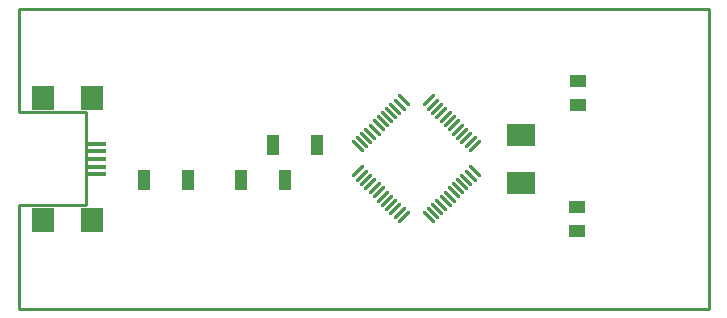
<source format=gtp>
G04*
G04 #@! TF.GenerationSoftware,Altium Limited,Altium Designer,20.0.13 (296)*
G04*
G04 Layer_Color=8421504*
%FSLAX24Y24*%
%MOIN*%
G70*
G01*
G75*
%ADD10C,0.0100*%
%ADD14R,0.0600X0.0157*%
%ADD15R,0.0748X0.0827*%
G04:AMPARAMS|DCode=16|XSize=59.1mil|YSize=10.6mil|CornerRadius=0mil|HoleSize=0mil|Usage=FLASHONLY|Rotation=135.000|XOffset=0mil|YOffset=0mil|HoleType=Round|Shape=Round|*
%AMOVALD16*
21,1,0.0484,0.0106,0.0000,0.0000,135.0*
1,1,0.0106,0.0171,-0.0171*
1,1,0.0106,-0.0171,0.0171*
%
%ADD16OVALD16*%

G04:AMPARAMS|DCode=17|XSize=10.6mil|YSize=59.1mil|CornerRadius=0mil|HoleSize=0mil|Usage=FLASHONLY|Rotation=135.000|XOffset=0mil|YOffset=0mil|HoleType=Round|Shape=Round|*
%AMOVALD17*
21,1,0.0484,0.0106,0.0000,0.0000,225.0*
1,1,0.0106,0.0171,0.0171*
1,1,0.0106,-0.0171,-0.0171*
%
%ADD17OVALD17*%

%ADD18R,0.0394X0.0669*%
%ADD19R,0.0551X0.0394*%
%ADD20R,0.0945X0.0748*%
D10*
X-50Y3400D02*
X2200D01*
X-50Y6500D02*
X2200D01*
X-50Y-50D02*
Y3400D01*
Y6500D02*
Y9950D01*
X2200Y3400D02*
Y6500D01*
X-50Y-50D02*
X22950D01*
Y9950D01*
X-50D02*
X22950D01*
D14*
X2558Y5462D02*
D03*
Y5206D02*
D03*
Y4950D02*
D03*
Y4694D02*
D03*
Y4438D02*
D03*
D15*
X742Y2903D02*
D03*
Y6997D02*
D03*
X2396D02*
D03*
Y2903D02*
D03*
D16*
X15149Y4532D02*
D03*
X15009Y4393D02*
D03*
X14870Y4254D02*
D03*
X14731Y4115D02*
D03*
X14592Y3976D02*
D03*
X14453Y3836D02*
D03*
X14314Y3697D02*
D03*
X14174Y3558D02*
D03*
X14035Y3419D02*
D03*
X13896Y3280D02*
D03*
X13757Y3141D02*
D03*
X13618Y3001D02*
D03*
X11251Y5368D02*
D03*
X11391Y5507D02*
D03*
X11530Y5646D02*
D03*
X11669Y5785D02*
D03*
X11808Y5924D02*
D03*
X11947Y6064D02*
D03*
X12086Y6203D02*
D03*
X12226Y6342D02*
D03*
X12365Y6481D02*
D03*
X12504Y6620D02*
D03*
X12643Y6759D02*
D03*
X12782Y6899D02*
D03*
D17*
Y3001D02*
D03*
X12643Y3141D02*
D03*
X12504Y3280D02*
D03*
X12365Y3419D02*
D03*
X12226Y3558D02*
D03*
X12086Y3697D02*
D03*
X11947Y3836D02*
D03*
X11808Y3976D02*
D03*
X11669Y4115D02*
D03*
X11530Y4254D02*
D03*
X11391Y4393D02*
D03*
X11251Y4532D02*
D03*
X13618Y6899D02*
D03*
X13757Y6759D02*
D03*
X13896Y6620D02*
D03*
X14035Y6481D02*
D03*
X14174Y6342D02*
D03*
X14314Y6203D02*
D03*
X14453Y6064D02*
D03*
X14592Y5924D02*
D03*
X14731Y5785D02*
D03*
X14870Y5646D02*
D03*
X15009Y5507D02*
D03*
X15149Y5368D02*
D03*
D18*
X8828Y4249D02*
D03*
X7372D02*
D03*
X4122D02*
D03*
X5578D02*
D03*
X8422Y5401D02*
D03*
X9878D02*
D03*
D19*
X18600Y6737D02*
D03*
Y7563D02*
D03*
X18550Y2537D02*
D03*
Y3363D02*
D03*
D20*
X16700Y5757D02*
D03*
Y4143D02*
D03*
M02*

</source>
